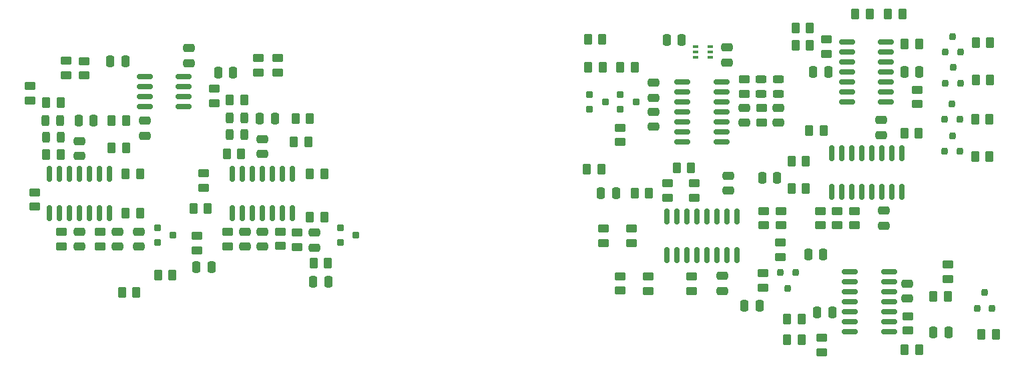
<source format=gbr>
%TF.GenerationSoftware,KiCad,Pcbnew,7.0.7*%
%TF.CreationDate,2024-06-06T22:47:17-06:00*%
%TF.ProjectId,VoiceBoardR2,566f6963-6542-46f6-9172-6452322e6b69,rev?*%
%TF.SameCoordinates,Original*%
%TF.FileFunction,Paste,Top*%
%TF.FilePolarity,Positive*%
%FSLAX46Y46*%
G04 Gerber Fmt 4.6, Leading zero omitted, Abs format (unit mm)*
G04 Created by KiCad (PCBNEW 7.0.7) date 2024-06-06 22:47:17*
%MOMM*%
%LPD*%
G01*
G04 APERTURE LIST*
G04 Aperture macros list*
%AMRoundRect*
0 Rectangle with rounded corners*
0 $1 Rounding radius*
0 $2 $3 $4 $5 $6 $7 $8 $9 X,Y pos of 4 corners*
0 Add a 4 corners polygon primitive as box body*
4,1,4,$2,$3,$4,$5,$6,$7,$8,$9,$2,$3,0*
0 Add four circle primitives for the rounded corners*
1,1,$1+$1,$2,$3*
1,1,$1+$1,$4,$5*
1,1,$1+$1,$6,$7*
1,1,$1+$1,$8,$9*
0 Add four rect primitives between the rounded corners*
20,1,$1+$1,$2,$3,$4,$5,0*
20,1,$1+$1,$4,$5,$6,$7,0*
20,1,$1+$1,$6,$7,$8,$9,0*
20,1,$1+$1,$8,$9,$2,$3,0*%
G04 Aperture macros list end*
%ADD10RoundRect,0.250000X-0.262500X-0.450000X0.262500X-0.450000X0.262500X0.450000X-0.262500X0.450000X0*%
%ADD11RoundRect,0.250000X0.262500X0.450000X-0.262500X0.450000X-0.262500X-0.450000X0.262500X-0.450000X0*%
%ADD12RoundRect,0.250000X-0.475000X0.250000X-0.475000X-0.250000X0.475000X-0.250000X0.475000X0.250000X0*%
%ADD13RoundRect,0.150000X0.150000X-0.825000X0.150000X0.825000X-0.150000X0.825000X-0.150000X-0.825000X0*%
%ADD14RoundRect,0.250000X0.475000X-0.250000X0.475000X0.250000X-0.475000X0.250000X-0.475000X-0.250000X0*%
%ADD15RoundRect,0.250000X0.450000X-0.262500X0.450000X0.262500X-0.450000X0.262500X-0.450000X-0.262500X0*%
%ADD16RoundRect,0.200000X0.200000X-0.250000X0.200000X0.250000X-0.200000X0.250000X-0.200000X-0.250000X0*%
%ADD17RoundRect,0.200000X-0.250000X-0.200000X0.250000X-0.200000X0.250000X0.200000X-0.250000X0.200000X0*%
%ADD18RoundRect,0.250000X-0.450000X0.262500X-0.450000X-0.262500X0.450000X-0.262500X0.450000X0.262500X0*%
%ADD19RoundRect,0.250000X0.250000X0.475000X-0.250000X0.475000X-0.250000X-0.475000X0.250000X-0.475000X0*%
%ADD20RoundRect,0.250000X-0.250000X-0.475000X0.250000X-0.475000X0.250000X0.475000X-0.250000X0.475000X0*%
%ADD21RoundRect,0.150000X-0.825000X-0.150000X0.825000X-0.150000X0.825000X0.150000X-0.825000X0.150000X0*%
%ADD22RoundRect,0.243750X0.243750X0.456250X-0.243750X0.456250X-0.243750X-0.456250X0.243750X-0.456250X0*%
%ADD23R,0.650000X0.400000*%
%ADD24RoundRect,0.243750X0.456250X-0.243750X0.456250X0.243750X-0.456250X0.243750X-0.456250X-0.243750X0*%
%ADD25RoundRect,0.200000X-0.200000X0.250000X-0.200000X-0.250000X0.200000X-0.250000X0.200000X0.250000X0*%
%ADD26RoundRect,0.243750X-0.456250X0.243750X-0.456250X-0.243750X0.456250X-0.243750X0.456250X0.243750X0*%
G04 APERTURE END LIST*
D10*
%TO.C,R402*%
X114850000Y-45212500D03*
X116675000Y-45212500D03*
%TD*%
D11*
%TO.C,R410*%
X102825000Y-6562500D03*
X101000000Y-6562500D03*
%TD*%
D12*
%TO.C,C210*%
X17737500Y-30237500D03*
X17737500Y-32137500D03*
%TD*%
D11*
%TO.C,R303*%
X76495000Y-5812500D03*
X74670000Y-5812500D03*
%TD*%
D13*
%TO.C,U402*%
X105567500Y-25192500D03*
X106837500Y-25192500D03*
X108107500Y-25192500D03*
X109377500Y-25192500D03*
X110647500Y-25192500D03*
X111917500Y-25192500D03*
X113187500Y-25192500D03*
X114457500Y-25192500D03*
X114457500Y-20242500D03*
X113187500Y-20242500D03*
X111917500Y-20242500D03*
X110647500Y-20242500D03*
X109377500Y-20242500D03*
X108107500Y-20242500D03*
X106837500Y-20242500D03*
X105567500Y-20242500D03*
%TD*%
D14*
%TO.C,C212*%
X10202500Y-32132500D03*
X10202500Y-30232500D03*
%TD*%
D15*
%TO.C,R314*%
X82287500Y-37762500D03*
X82287500Y-35937500D03*
%TD*%
D14*
%TO.C,C209*%
X14962500Y-32132500D03*
X14962500Y-30232500D03*
%TD*%
D10*
%TO.C,R222*%
X14240000Y-19632500D03*
X16065000Y-19632500D03*
%TD*%
D11*
%TO.C,R417*%
X125660000Y-6217500D03*
X123835000Y-6217500D03*
%TD*%
D15*
%TO.C,R426*%
X104112500Y-29425000D03*
X104112500Y-27600000D03*
%TD*%
D10*
%TO.C,R220*%
X14240000Y-16082500D03*
X16065000Y-16082500D03*
%TD*%
D16*
%TO.C,Q404*%
X120012500Y-11362500D03*
X121912500Y-11362500D03*
X120962500Y-9362500D03*
%TD*%
D11*
%TO.C,R210*%
X39175000Y-18812500D03*
X37350000Y-18812500D03*
%TD*%
D15*
%TO.C,R422*%
X99087500Y-33475000D03*
X99087500Y-31650000D03*
%TD*%
D17*
%TO.C,Q202*%
X20052500Y-29732500D03*
X20052500Y-31632500D03*
X22052500Y-30682500D03*
%TD*%
D18*
%TO.C,R226*%
X35292500Y-8175000D03*
X35292500Y-10000000D03*
%TD*%
D15*
%TO.C,R415*%
X116412500Y-14025000D03*
X116412500Y-12200000D03*
%TD*%
D10*
%TO.C,R213*%
X20135000Y-35787500D03*
X21960000Y-35787500D03*
%TD*%
D14*
%TO.C,C203*%
X31202500Y-32132500D03*
X31202500Y-30232500D03*
%TD*%
D19*
%TO.C,C307*%
X78227500Y-25347500D03*
X76327500Y-25347500D03*
%TD*%
D10*
%TO.C,R423*%
X99925000Y-41337500D03*
X101750000Y-41337500D03*
%TD*%
D14*
%TO.C,C206*%
X33402500Y-32132500D03*
X33402500Y-30232500D03*
%TD*%
D15*
%TO.C,R313*%
X87837500Y-37775000D03*
X87837500Y-35950000D03*
%TD*%
D11*
%TO.C,R211*%
X41215000Y-22882500D03*
X39390000Y-22882500D03*
%TD*%
D20*
%TO.C,C407*%
X114812500Y-9937500D03*
X116712500Y-9937500D03*
%TD*%
D21*
%TO.C,U404*%
X107912500Y-35302500D03*
X107912500Y-36572500D03*
X107912500Y-37842500D03*
X107912500Y-39112500D03*
X107912500Y-40382500D03*
X107912500Y-41652500D03*
X107912500Y-42922500D03*
X112862500Y-42922500D03*
X112862500Y-41652500D03*
X112862500Y-40382500D03*
X112862500Y-39112500D03*
X112862500Y-37842500D03*
X112862500Y-36572500D03*
X112862500Y-35302500D03*
%TD*%
D20*
%TO.C,C406*%
X96762500Y-23412500D03*
X98662500Y-23412500D03*
%TD*%
D15*
%TO.C,R302*%
X78762500Y-18865000D03*
X78762500Y-17040000D03*
%TD*%
D11*
%TO.C,R218*%
X7765000Y-20432500D03*
X5940000Y-20432500D03*
%TD*%
D20*
%TO.C,C211*%
X10052500Y-16082500D03*
X11952500Y-16082500D03*
%TD*%
D10*
%TO.C,R430*%
X108550000Y-2612500D03*
X110375000Y-2612500D03*
%TD*%
D15*
%TO.C,R235*%
X27247500Y-13905000D03*
X27247500Y-12080000D03*
%TD*%
%TO.C,R225*%
X32892500Y-10000000D03*
X32892500Y-8175000D03*
%TD*%
D19*
%TO.C,C403*%
X105662500Y-40512500D03*
X103762500Y-40512500D03*
%TD*%
D15*
%TO.C,R203*%
X35662500Y-32075000D03*
X35662500Y-30250000D03*
%TD*%
D12*
%TO.C,C219*%
X24042500Y-6912500D03*
X24042500Y-8812500D03*
%TD*%
D16*
%TO.C,Q401*%
X124050000Y-39987500D03*
X125950000Y-39987500D03*
X125000000Y-37987500D03*
%TD*%
D17*
%TO.C,Q201*%
X43252500Y-29732500D03*
X43252500Y-31632500D03*
X45252500Y-30682500D03*
%TD*%
D15*
%TO.C,R427*%
X108462500Y-29425000D03*
X108462500Y-27600000D03*
%TD*%
D14*
%TO.C,C404*%
X115187500Y-38737500D03*
X115187500Y-36837500D03*
%TD*%
D13*
%TO.C,U202*%
X6392500Y-27857500D03*
X7662500Y-27857500D03*
X8932500Y-27857500D03*
X10202500Y-27857500D03*
X11472500Y-27857500D03*
X12742500Y-27857500D03*
X14012500Y-27857500D03*
X14012500Y-22907500D03*
X12742500Y-22907500D03*
X11472500Y-22907500D03*
X10202500Y-22907500D03*
X8932500Y-22907500D03*
X7662500Y-22907500D03*
X6392500Y-22907500D03*
%TD*%
D12*
%TO.C,C301*%
X82987500Y-11327500D03*
X82987500Y-13227500D03*
%TD*%
D20*
%TO.C,C413*%
X94537500Y-39662500D03*
X96437500Y-39662500D03*
%TD*%
D10*
%TO.C,R209*%
X37590000Y-15832500D03*
X39415000Y-15832500D03*
%TD*%
%TO.C,R204*%
X39390000Y-28382500D03*
X41215000Y-28382500D03*
%TD*%
D18*
%TO.C,R424*%
X99187500Y-27600000D03*
X99187500Y-29425000D03*
%TD*%
D12*
%TO.C,C308*%
X83002500Y-14977500D03*
X83002500Y-16877500D03*
%TD*%
D10*
%TO.C,R301*%
X78775000Y-9352500D03*
X80600000Y-9352500D03*
%TD*%
%TO.C,R219*%
X5940000Y-13832500D03*
X7765000Y-13832500D03*
%TD*%
D22*
%TO.C,D203*%
X7740000Y-16082500D03*
X5865000Y-16082500D03*
%TD*%
D23*
%TO.C,U304*%
X88312500Y-6752500D03*
X88312500Y-7402500D03*
X88312500Y-8052500D03*
X90212500Y-8052500D03*
X90212500Y-7402500D03*
X90212500Y-6752500D03*
%TD*%
D24*
%TO.C,D302*%
X96637500Y-12740000D03*
X96637500Y-10865000D03*
%TD*%
D14*
%TO.C,C220*%
X18467500Y-18037500D03*
X18467500Y-16137500D03*
%TD*%
D18*
%TO.C,R216*%
X7912500Y-30275000D03*
X7912500Y-32100000D03*
%TD*%
D12*
%TO.C,C207*%
X33402500Y-18482500D03*
X33402500Y-20382500D03*
%TD*%
D18*
%TO.C,R207*%
X28952500Y-30270000D03*
X28952500Y-32095000D03*
%TD*%
D19*
%TO.C,C208*%
X26927500Y-34787500D03*
X25027500Y-34787500D03*
%TD*%
D13*
%TO.C,U201*%
X29592500Y-27857500D03*
X30862500Y-27857500D03*
X32132500Y-27857500D03*
X33402500Y-27857500D03*
X34672500Y-27857500D03*
X35942500Y-27857500D03*
X37212500Y-27857500D03*
X37212500Y-22907500D03*
X35942500Y-22907500D03*
X34672500Y-22907500D03*
X33402500Y-22907500D03*
X32132500Y-22907500D03*
X30862500Y-22907500D03*
X29592500Y-22907500D03*
%TD*%
D11*
%TO.C,R304*%
X76512501Y-9352500D03*
X74687501Y-9352500D03*
%TD*%
D15*
%TO.C,R217*%
X4472500Y-27075000D03*
X4472500Y-25250000D03*
%TD*%
D18*
%TO.C,R408*%
X120287500Y-34425000D03*
X120287500Y-36250000D03*
%TD*%
D10*
%TO.C,R407*%
X102750000Y-17412500D03*
X104575000Y-17412500D03*
%TD*%
D11*
%TO.C,R234*%
X26450000Y-27337500D03*
X24625000Y-27337500D03*
%TD*%
D18*
%TO.C,R224*%
X10742500Y-8545000D03*
X10742500Y-10370000D03*
%TD*%
D11*
%TO.C,R202*%
X30665000Y-20332500D03*
X28840000Y-20332500D03*
%TD*%
D19*
%TO.C,C304*%
X86562500Y-5852500D03*
X84662500Y-5852500D03*
%TD*%
D10*
%TO.C,R311*%
X80600000Y-25337500D03*
X82425000Y-25337500D03*
%TD*%
D14*
%TO.C,C306*%
X98827500Y-16402500D03*
X98827500Y-14502500D03*
%TD*%
D12*
%TO.C,C213*%
X10202500Y-18732500D03*
X10202500Y-20632500D03*
%TD*%
D19*
%TO.C,C214*%
X15992500Y-8557500D03*
X14092500Y-8557500D03*
%TD*%
D18*
%TO.C,R309*%
X88162500Y-24100000D03*
X88162500Y-25925000D03*
%TD*%
%TO.C,R212*%
X25037500Y-30800000D03*
X25037500Y-32625000D03*
%TD*%
D25*
%TO.C,Q406*%
X100987500Y-35462500D03*
X99087500Y-35462500D03*
X100037500Y-37462500D03*
%TD*%
D13*
%TO.C,U303*%
X84667500Y-33237500D03*
X85937500Y-33237500D03*
X87207500Y-33237500D03*
X88477500Y-33237500D03*
X89747500Y-33237500D03*
X91017500Y-33237500D03*
X92287500Y-33237500D03*
X93557500Y-33237500D03*
X93557500Y-28287500D03*
X92287500Y-28287500D03*
X91017500Y-28287500D03*
X89747500Y-28287500D03*
X88477500Y-28287500D03*
X87207500Y-28287500D03*
X85937500Y-28287500D03*
X84667500Y-28287500D03*
%TD*%
D17*
%TO.C,Q301*%
X78742500Y-12777501D03*
X78742500Y-14677501D03*
X80742500Y-13727501D03*
%TD*%
D18*
%TO.C,R425*%
X104287500Y-43750000D03*
X104287500Y-45575000D03*
%TD*%
D11*
%TO.C,R403*%
X120312500Y-38437500D03*
X118487500Y-38437500D03*
%TD*%
D22*
%TO.C,D202*%
X31100000Y-15782500D03*
X29225000Y-15782500D03*
%TD*%
D10*
%TO.C,R215*%
X16040000Y-27882500D03*
X17865000Y-27882500D03*
%TD*%
%TO.C,R406*%
X100500000Y-24762500D03*
X102325000Y-24762500D03*
%TD*%
D12*
%TO.C,C410*%
X112187500Y-27562500D03*
X112187500Y-29462500D03*
%TD*%
D20*
%TO.C,C205*%
X33052500Y-15832500D03*
X34952500Y-15832500D03*
%TD*%
D10*
%TO.C,R405*%
X100475000Y-21302500D03*
X102300000Y-21302500D03*
%TD*%
%TO.C,R308*%
X85925000Y-22102500D03*
X87750000Y-22102500D03*
%TD*%
D18*
%TO.C,R409*%
X104912500Y-5800000D03*
X104912500Y-7625000D03*
%TD*%
D11*
%TO.C,R413*%
X125575000Y-15962500D03*
X123750000Y-15962500D03*
%TD*%
D14*
%TO.C,C409*%
X111887500Y-17942500D03*
X111887500Y-16042500D03*
%TD*%
D16*
%TO.C,Q403*%
X119912500Y-15962500D03*
X121812500Y-15962500D03*
X120862500Y-13962500D03*
%TD*%
D18*
%TO.C,R306*%
X80162500Y-29850000D03*
X80162500Y-31675000D03*
%TD*%
D21*
%TO.C,U206*%
X18467500Y-10502500D03*
X18467500Y-11772500D03*
X18467500Y-13042500D03*
X18467500Y-14312500D03*
X23417500Y-14312500D03*
X23417500Y-13042500D03*
X23417500Y-11772500D03*
X23417500Y-10502500D03*
%TD*%
D19*
%TO.C,C408*%
X105137500Y-9937500D03*
X103237500Y-9937500D03*
%TD*%
D15*
%TO.C,R315*%
X94462500Y-12715000D03*
X94462500Y-10890000D03*
%TD*%
D14*
%TO.C,C201*%
X39952500Y-32282500D03*
X39952500Y-30382500D03*
%TD*%
D22*
%TO.C,D201*%
X31100000Y-17932500D03*
X29225000Y-17932500D03*
%TD*%
D14*
%TO.C,C311*%
X92487500Y-25037500D03*
X92487500Y-23137500D03*
%TD*%
D10*
%TO.C,R418*%
X112700000Y-2612500D03*
X114525000Y-2612500D03*
%TD*%
D16*
%TO.C,Q405*%
X119997500Y-7417500D03*
X121897500Y-7417500D03*
X120947500Y-5417500D03*
%TD*%
%TO.C,Q402*%
X119927500Y-20037501D03*
X121827500Y-20037501D03*
X120877500Y-18037501D03*
%TD*%
D10*
%TO.C,R404*%
X124575000Y-43312500D03*
X126400000Y-43312500D03*
%TD*%
D20*
%TO.C,C405*%
X118475000Y-43062500D03*
X120375000Y-43062500D03*
%TD*%
D10*
%TO.C,R414*%
X114800000Y-17737500D03*
X116625000Y-17737500D03*
%TD*%
D26*
%TO.C,D301*%
X98812500Y-10875000D03*
X98812500Y-12750000D03*
%TD*%
D10*
%TO.C,R411*%
X101000000Y-4342500D03*
X102825000Y-4342500D03*
%TD*%
D15*
%TO.C,R236*%
X3887500Y-13550000D03*
X3887500Y-11725000D03*
%TD*%
D10*
%TO.C,R420*%
X74525000Y-22312500D03*
X76350000Y-22312500D03*
%TD*%
D15*
%TO.C,R305*%
X78787500Y-37750000D03*
X78787500Y-35925000D03*
%TD*%
%TO.C,R316*%
X96677500Y-16365000D03*
X96677500Y-14540000D03*
%TD*%
D21*
%TO.C,U301*%
X86662500Y-11202500D03*
X86662500Y-12472500D03*
X86662500Y-13742500D03*
X86662500Y-15012500D03*
X86662500Y-16282500D03*
X86662500Y-17552500D03*
X86662500Y-18822500D03*
X91612500Y-18822500D03*
X91612500Y-17552500D03*
X91612500Y-16282500D03*
X91612500Y-15012500D03*
X91612500Y-13742500D03*
X91612500Y-12472500D03*
X91612500Y-11202500D03*
%TD*%
D11*
%TO.C,R227*%
X17400000Y-37987500D03*
X15575000Y-37987500D03*
%TD*%
D18*
%TO.C,R310*%
X84762500Y-24100000D03*
X84762500Y-25925000D03*
%TD*%
D15*
%TO.C,R312*%
X96962500Y-29425000D03*
X96962500Y-27600000D03*
%TD*%
D12*
%TO.C,C309*%
X94477500Y-14502500D03*
X94477500Y-16402500D03*
%TD*%
D18*
%TO.C,R307*%
X76637500Y-29875000D03*
X76637500Y-31700000D03*
%TD*%
D11*
%TO.C,R429*%
X101755000Y-43972500D03*
X99930000Y-43972500D03*
%TD*%
D18*
%TO.C,R205*%
X37812500Y-30350000D03*
X37812500Y-32175000D03*
%TD*%
D21*
%TO.C,U403*%
X107537500Y-6102500D03*
X107537500Y-7372500D03*
X107537500Y-8642500D03*
X107537500Y-9912500D03*
X107537500Y-11182500D03*
X107537500Y-12452500D03*
X107537500Y-13722500D03*
X112487500Y-13722500D03*
X112487500Y-12452500D03*
X112487500Y-11182500D03*
X112487500Y-9912500D03*
X112487500Y-8642500D03*
X112487500Y-7372500D03*
X112487500Y-6102500D03*
%TD*%
D10*
%TO.C,R416*%
X123835000Y-10917500D03*
X125660000Y-10917500D03*
%TD*%
D15*
%TO.C,R421*%
X96837500Y-37375000D03*
X96837500Y-35550000D03*
%TD*%
D20*
%TO.C,C414*%
X102612500Y-33112500D03*
X104512500Y-33112500D03*
%TD*%
D15*
%TO.C,R401*%
X115212500Y-42800000D03*
X115212500Y-40975000D03*
%TD*%
D11*
%TO.C,R206*%
X41675000Y-34262500D03*
X39850000Y-34262500D03*
%TD*%
D22*
%TO.C,D204*%
X7790000Y-18232500D03*
X5915000Y-18232500D03*
%TD*%
D12*
%TO.C,C310*%
X91737500Y-35887500D03*
X91737500Y-37787500D03*
%TD*%
D15*
%TO.C,R223*%
X8457500Y-10354999D03*
X8457500Y-8529999D03*
%TD*%
%TO.C,R201*%
X25937500Y-24675000D03*
X25937500Y-22850000D03*
%TD*%
D11*
%TO.C,R221*%
X17865000Y-22882500D03*
X16040000Y-22882500D03*
%TD*%
D10*
%TO.C,R208*%
X29250000Y-13537500D03*
X31075000Y-13537500D03*
%TD*%
D19*
%TO.C,C202*%
X41712500Y-36587500D03*
X39812500Y-36587500D03*
%TD*%
D10*
%TO.C,R419*%
X114850000Y-6362500D03*
X116675000Y-6362500D03*
%TD*%
D20*
%TO.C,C204*%
X27767500Y-10017500D03*
X29667500Y-10017500D03*
%TD*%
D18*
%TO.C,R428*%
X106262500Y-27600000D03*
X106262500Y-29425000D03*
%TD*%
D17*
%TO.C,Q302*%
X74862500Y-12777500D03*
X74862500Y-14677500D03*
X76862500Y-13727500D03*
%TD*%
D15*
%TO.C,R214*%
X12752500Y-32095000D03*
X12752500Y-30270000D03*
%TD*%
D14*
%TO.C,C305*%
X92327500Y-8727500D03*
X92327500Y-6827500D03*
%TD*%
D10*
%TO.C,R412*%
X123750000Y-20712500D03*
X125575000Y-20712500D03*
%TD*%
M02*

</source>
